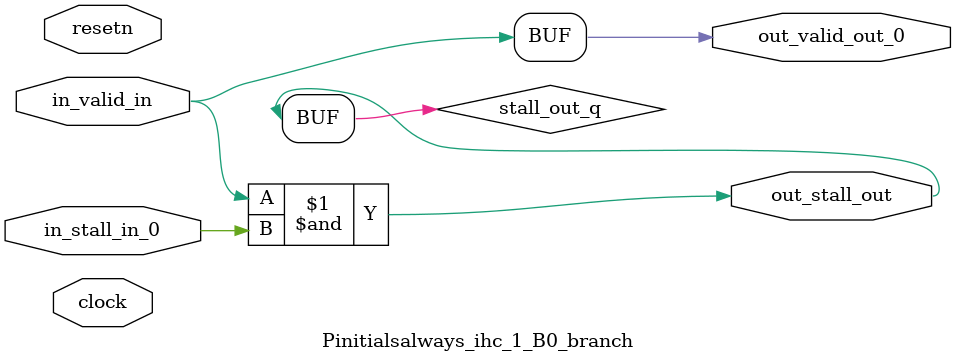
<source format=sv>



(* altera_attribute = "-name AUTO_SHIFT_REGISTER_RECOGNITION OFF; -name MESSAGE_DISABLE 10036; -name MESSAGE_DISABLE 10037; -name MESSAGE_DISABLE 14130; -name MESSAGE_DISABLE 14320; -name MESSAGE_DISABLE 15400; -name MESSAGE_DISABLE 14130; -name MESSAGE_DISABLE 10036; -name MESSAGE_DISABLE 12020; -name MESSAGE_DISABLE 12030; -name MESSAGE_DISABLE 12010; -name MESSAGE_DISABLE 12110; -name MESSAGE_DISABLE 14320; -name MESSAGE_DISABLE 13410; -name MESSAGE_DISABLE 113007; -name MESSAGE_DISABLE 10958" *)
module Pinitialsalways_ihc_1_B0_branch (
    input wire [0:0] in_stall_in_0,
    input wire [0:0] in_valid_in,
    output wire [0:0] out_stall_out,
    output wire [0:0] out_valid_out_0,
    input wire clock,
    input wire resetn
    );

    wire [0:0] stall_out_q;


    // stall_out(LOGICAL,6)
    assign stall_out_q = in_valid_in & in_stall_in_0;

    // out_stall_out(GPOUT,4)
    assign out_stall_out = stall_out_q;

    // out_valid_out_0(GPOUT,5)
    assign out_valid_out_0 = in_valid_in;

endmodule

</source>
